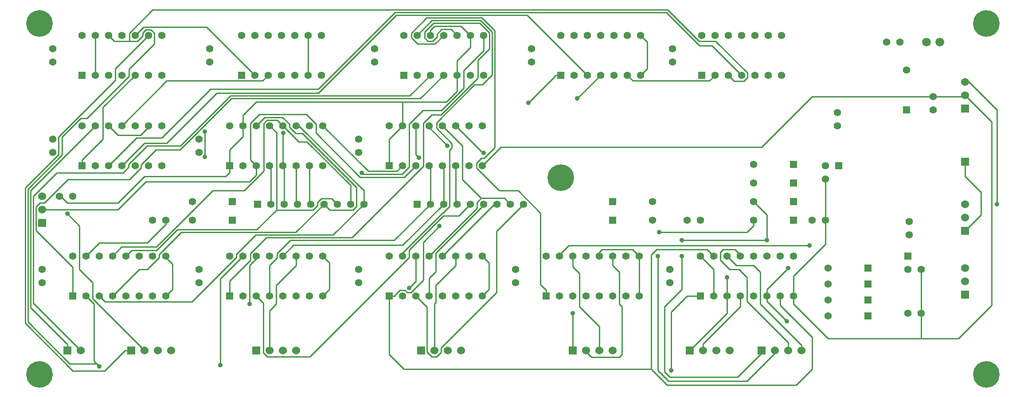
<source format=gbl>
G04 (created by PCBNEW (2013-jul-07)-stable) date Sat 24 Nov 2018 12:45:13 PM EST*
%MOIN*%
G04 Gerber Fmt 3.4, Leading zero omitted, Abs format*
%FSLAX34Y34*%
G01*
G70*
G90*
G04 APERTURE LIST*
%ADD10C,0.00590551*%
%ADD11C,0.2*%
%ADD12R,0.055X0.055*%
%ADD13C,0.055*%
%ADD14R,0.06X0.06*%
%ADD15C,0.06*%
%ADD16C,0.066*%
%ADD17C,0.035*%
%ADD18C,0.01*%
G04 APERTURE END LIST*
G54D10*
G54D11*
X58400Y-40800D03*
X19200Y-29200D03*
X19200Y-55600D03*
X90400Y-55600D03*
G54D12*
X84500Y-46700D03*
G54D13*
X84500Y-47700D03*
X85500Y-47700D03*
G54D12*
X79300Y-39900D03*
G54D13*
X78300Y-39900D03*
X78300Y-40900D03*
G54D12*
X35600Y-42800D03*
G54D13*
X36600Y-42800D03*
X37600Y-42800D03*
X38600Y-42800D03*
X39600Y-42800D03*
X40600Y-42800D03*
X41600Y-42800D03*
X42600Y-42800D03*
X43600Y-42800D03*
G54D12*
X47600Y-42800D03*
G54D13*
X48600Y-42800D03*
X49600Y-42800D03*
X50600Y-42800D03*
X51600Y-42800D03*
X52600Y-42800D03*
X53600Y-42800D03*
X54600Y-42800D03*
X55600Y-42800D03*
X68900Y-44000D03*
X67900Y-44000D03*
X83900Y-30600D03*
X82900Y-30600D03*
X85500Y-51000D03*
X84500Y-51000D03*
X84600Y-45100D03*
X84600Y-44100D03*
X21700Y-42200D03*
X20700Y-42200D03*
X79200Y-36900D03*
X79200Y-35900D03*
X27700Y-44000D03*
X28700Y-44000D03*
X78300Y-44000D03*
X77300Y-44000D03*
G54D14*
X26100Y-53800D03*
G54D15*
X27100Y-53800D03*
X28100Y-53800D03*
X29100Y-53800D03*
G54D14*
X59300Y-53800D03*
G54D15*
X60300Y-53800D03*
X61300Y-53800D03*
X62300Y-53800D03*
G54D14*
X47900Y-53800D03*
G54D15*
X48900Y-53800D03*
X49900Y-53800D03*
X50900Y-53800D03*
G54D14*
X35500Y-53800D03*
G54D15*
X36500Y-53800D03*
X37500Y-53800D03*
X38500Y-53800D03*
G54D14*
X73500Y-53800D03*
G54D15*
X74500Y-53800D03*
X75500Y-53800D03*
X76500Y-53800D03*
G54D14*
X68100Y-53800D03*
G54D15*
X69100Y-53800D03*
X70100Y-53800D03*
X71100Y-53800D03*
G54D14*
X88800Y-49600D03*
G54D15*
X88800Y-48600D03*
X88800Y-47600D03*
G54D14*
X88800Y-35600D03*
G54D15*
X88800Y-34600D03*
X88800Y-33600D03*
G54D14*
X88800Y-44800D03*
G54D15*
X88800Y-43800D03*
X88800Y-42800D03*
G54D14*
X19400Y-44200D03*
G54D15*
X19400Y-43200D03*
X19400Y-42200D03*
G54D14*
X21300Y-53800D03*
G54D15*
X22300Y-53800D03*
G54D14*
X88800Y-39600D03*
G54D16*
X85900Y-30600D03*
X86900Y-30600D03*
G54D12*
X21700Y-49700D03*
G54D13*
X22700Y-49700D03*
X23700Y-49700D03*
X24700Y-49700D03*
X25700Y-49700D03*
X26700Y-49700D03*
X27700Y-49700D03*
X28700Y-49700D03*
X28700Y-46700D03*
X27700Y-46700D03*
X26700Y-46700D03*
X25700Y-46700D03*
X24700Y-46700D03*
X23700Y-46700D03*
X22700Y-46700D03*
X21700Y-46700D03*
G54D12*
X45500Y-49700D03*
G54D13*
X46500Y-49700D03*
X47500Y-49700D03*
X48500Y-49700D03*
X49500Y-49700D03*
X50500Y-49700D03*
X51500Y-49700D03*
X52500Y-49700D03*
X52500Y-46700D03*
X51500Y-46700D03*
X50500Y-46700D03*
X49500Y-46700D03*
X48500Y-46700D03*
X47500Y-46700D03*
X46500Y-46700D03*
X45500Y-46700D03*
G54D12*
X57300Y-49700D03*
G54D13*
X58300Y-49700D03*
X59300Y-49700D03*
X60300Y-49700D03*
X61300Y-49700D03*
X62300Y-49700D03*
X63300Y-49700D03*
X64300Y-49700D03*
X64300Y-46700D03*
X63300Y-46700D03*
X62300Y-46700D03*
X61300Y-46700D03*
X60300Y-46700D03*
X59300Y-46700D03*
X58300Y-46700D03*
X57300Y-46700D03*
G54D12*
X33500Y-49700D03*
G54D13*
X34500Y-49700D03*
X35500Y-49700D03*
X36500Y-49700D03*
X37500Y-49700D03*
X38500Y-49700D03*
X39500Y-49700D03*
X40500Y-49700D03*
X40500Y-46700D03*
X39500Y-46700D03*
X38500Y-46700D03*
X37500Y-46700D03*
X36500Y-46700D03*
X35500Y-46700D03*
X34500Y-46700D03*
X33500Y-46700D03*
G54D12*
X33500Y-39900D03*
G54D13*
X34500Y-39900D03*
X35500Y-39900D03*
X36500Y-39900D03*
X37500Y-39900D03*
X38500Y-39900D03*
X39500Y-39900D03*
X40500Y-39900D03*
X40500Y-36900D03*
X39500Y-36900D03*
X38500Y-36900D03*
X37500Y-36900D03*
X36500Y-36900D03*
X35500Y-36900D03*
X34500Y-36900D03*
X33500Y-36900D03*
G54D12*
X45500Y-39900D03*
G54D13*
X46500Y-39900D03*
X47500Y-39900D03*
X48500Y-39900D03*
X49500Y-39900D03*
X50500Y-39900D03*
X51500Y-39900D03*
X52500Y-39900D03*
X52500Y-36900D03*
X51500Y-36900D03*
X50500Y-36900D03*
X49500Y-36900D03*
X48500Y-36900D03*
X47500Y-36900D03*
X46500Y-36900D03*
X45500Y-36900D03*
G54D12*
X68900Y-49700D03*
G54D13*
X69900Y-49700D03*
X70900Y-49700D03*
X71900Y-49700D03*
X72900Y-49700D03*
X73900Y-49700D03*
X74900Y-49700D03*
X75900Y-49700D03*
X75900Y-46700D03*
X74900Y-46700D03*
X73900Y-46700D03*
X72900Y-46700D03*
X71900Y-46700D03*
X70900Y-46700D03*
X69900Y-46700D03*
X68900Y-46700D03*
G54D12*
X46600Y-33100D03*
G54D13*
X47600Y-33100D03*
X48600Y-33100D03*
X49600Y-33100D03*
X50600Y-33100D03*
X51600Y-33100D03*
X52600Y-33100D03*
X52600Y-30100D03*
X51600Y-30100D03*
X50600Y-30100D03*
X49600Y-30100D03*
X48600Y-30100D03*
X47600Y-30100D03*
X46600Y-30100D03*
G54D12*
X58400Y-33100D03*
G54D13*
X59400Y-33100D03*
X60400Y-33100D03*
X61400Y-33100D03*
X62400Y-33100D03*
X63400Y-33100D03*
X64400Y-33100D03*
X64400Y-30100D03*
X63400Y-30100D03*
X62400Y-30100D03*
X61400Y-30100D03*
X60400Y-30100D03*
X59400Y-30100D03*
X58400Y-30100D03*
G54D12*
X22400Y-33100D03*
G54D13*
X23400Y-33100D03*
X24400Y-33100D03*
X25400Y-33100D03*
X26400Y-33100D03*
X27400Y-33100D03*
X28400Y-33100D03*
X28400Y-30100D03*
X27400Y-30100D03*
X26400Y-30100D03*
X25400Y-30100D03*
X24400Y-30100D03*
X23400Y-30100D03*
X22400Y-30100D03*
G54D12*
X22400Y-39900D03*
G54D13*
X23400Y-39900D03*
X24400Y-39900D03*
X25400Y-39900D03*
X26400Y-39900D03*
X27400Y-39900D03*
X28400Y-39900D03*
X28400Y-36900D03*
X27400Y-36900D03*
X26400Y-36900D03*
X25400Y-36900D03*
X24400Y-36900D03*
X23400Y-36900D03*
X22400Y-36900D03*
G54D12*
X69000Y-33100D03*
G54D13*
X70000Y-33100D03*
X71000Y-33100D03*
X72000Y-33100D03*
X73000Y-33100D03*
X74000Y-33100D03*
X75000Y-33100D03*
X75000Y-30100D03*
X74000Y-30100D03*
X73000Y-30100D03*
X72000Y-30100D03*
X71000Y-30100D03*
X70000Y-30100D03*
X69000Y-30100D03*
G54D12*
X34400Y-33100D03*
G54D13*
X35400Y-33100D03*
X36400Y-33100D03*
X37400Y-33100D03*
X38400Y-33100D03*
X39400Y-33100D03*
X40400Y-33100D03*
X40400Y-30100D03*
X39400Y-30100D03*
X38400Y-30100D03*
X37400Y-30100D03*
X36400Y-30100D03*
X35400Y-30100D03*
X34400Y-30100D03*
G54D12*
X81500Y-48800D03*
G54D13*
X78500Y-48800D03*
G54D12*
X81500Y-50000D03*
G54D13*
X78500Y-50000D03*
G54D12*
X62300Y-44000D03*
G54D13*
X65300Y-44000D03*
G54D12*
X75900Y-39800D03*
G54D13*
X72900Y-39800D03*
G54D12*
X75900Y-41200D03*
G54D13*
X72900Y-41200D03*
G54D12*
X62300Y-42600D03*
G54D13*
X65300Y-42600D03*
G54D12*
X75900Y-44000D03*
G54D13*
X72900Y-44000D03*
G54D12*
X75900Y-42600D03*
G54D13*
X72900Y-42600D03*
G54D12*
X81500Y-51200D03*
G54D13*
X78500Y-51200D03*
G54D12*
X81500Y-47600D03*
G54D13*
X78500Y-47600D03*
G54D12*
X33700Y-44000D03*
G54D13*
X30700Y-44000D03*
G54D12*
X84400Y-35700D03*
G54D13*
X84400Y-32700D03*
G54D12*
X33700Y-42600D03*
G54D13*
X30700Y-42600D03*
X32000Y-31100D03*
X32000Y-32100D03*
X66600Y-47700D03*
X66600Y-48700D03*
X55000Y-47700D03*
X55000Y-48700D03*
X56200Y-31100D03*
X56200Y-32100D03*
X20200Y-31100D03*
X20200Y-32100D03*
X19400Y-47700D03*
X19400Y-48700D03*
X43200Y-37900D03*
X43200Y-38900D03*
X66800Y-31100D03*
X66800Y-32100D03*
X44400Y-31100D03*
X44400Y-32100D03*
X86400Y-35700D03*
X86400Y-34700D03*
X31200Y-47700D03*
X31200Y-48700D03*
X43200Y-47700D03*
X43200Y-48700D03*
X31200Y-37900D03*
X31200Y-38900D03*
X20200Y-37900D03*
X20200Y-38900D03*
G54D11*
X90400Y-29200D03*
G54D17*
X47000Y-49100D03*
X35000Y-50300D03*
X59655Y-34844D03*
X21291Y-43525D03*
X23700Y-55000D03*
X73900Y-45500D03*
X67500Y-46700D03*
X67500Y-45500D03*
X65800Y-44900D03*
X65700Y-46700D03*
X70900Y-48300D03*
X75400Y-51600D03*
X75500Y-47600D03*
X59300Y-51000D03*
X91200Y-42800D03*
X66700Y-55300D03*
X32800Y-54900D03*
X31637Y-37344D03*
X31637Y-39244D03*
X52598Y-38933D03*
X49882Y-38400D03*
X47738Y-39319D03*
X55981Y-35180D03*
X37548Y-37460D03*
X77100Y-45900D03*
X49280Y-44441D03*
X43457Y-40448D03*
G54D18*
X69900Y-47700D02*
X68900Y-46700D01*
X69900Y-49700D02*
X69900Y-47700D01*
X50500Y-47400D02*
X50500Y-46700D01*
X49000Y-48900D02*
X50500Y-47400D01*
X49000Y-50200D02*
X49000Y-48900D01*
X48900Y-50300D02*
X49000Y-50200D01*
X48900Y-53800D02*
X48900Y-50300D01*
X47500Y-48600D02*
X47500Y-46700D01*
X47000Y-49100D02*
X47500Y-48600D01*
X38500Y-47400D02*
X38500Y-46700D01*
X37000Y-48900D02*
X38500Y-47400D01*
X37000Y-50300D02*
X37000Y-48900D01*
X36500Y-50800D02*
X37000Y-50300D01*
X36500Y-53800D02*
X36500Y-50800D01*
X35500Y-46900D02*
X35500Y-46700D01*
X35000Y-47400D02*
X35500Y-46900D01*
X35000Y-50300D02*
X35000Y-47400D01*
X24900Y-32600D02*
X27400Y-30100D01*
X24900Y-33477D02*
X24900Y-32600D01*
X20634Y-37743D02*
X24900Y-33477D01*
X20634Y-39073D02*
X20634Y-37743D01*
X18124Y-41582D02*
X20634Y-39073D01*
X18124Y-51746D02*
X18124Y-41582D01*
X21717Y-55339D02*
X18124Y-51746D01*
X24110Y-55339D02*
X21717Y-55339D01*
X25649Y-53800D02*
X24110Y-55339D01*
X26100Y-53800D02*
X25649Y-53800D01*
X61400Y-33100D02*
X59655Y-34844D01*
X22200Y-44433D02*
X21291Y-43525D01*
X22200Y-47696D02*
X22200Y-44433D01*
X23200Y-48696D02*
X22200Y-47696D01*
X23200Y-49900D02*
X23200Y-48696D01*
X27100Y-53800D02*
X23200Y-49900D01*
X23700Y-55000D02*
X23500Y-54800D01*
X23300Y-50300D02*
X22700Y-49700D01*
X23300Y-54600D02*
X23300Y-50300D01*
X23500Y-54800D02*
X23300Y-54600D01*
X71439Y-33539D02*
X71000Y-33100D01*
X72180Y-33539D02*
X71439Y-33539D01*
X72433Y-33287D02*
X72180Y-33539D01*
X72433Y-32914D02*
X72433Y-33287D01*
X70047Y-30529D02*
X72433Y-32914D01*
X68799Y-30529D02*
X70047Y-30529D01*
X66455Y-28185D02*
X68799Y-30529D01*
X27712Y-28185D02*
X66455Y-28185D01*
X25963Y-29933D02*
X27712Y-28185D01*
X25963Y-30535D02*
X25963Y-29933D01*
X26581Y-30535D02*
X25963Y-30535D01*
X26974Y-30142D02*
X26581Y-30535D01*
X26974Y-29923D02*
X26974Y-30142D01*
X27223Y-29674D02*
X26974Y-29923D01*
X27576Y-29674D02*
X27223Y-29674D01*
X27825Y-29923D02*
X27576Y-29674D01*
X27825Y-30757D02*
X27825Y-29923D01*
X25950Y-32631D02*
X27825Y-30757D01*
X25950Y-33169D02*
X25950Y-32631D01*
X22761Y-36358D02*
X25950Y-33169D01*
X22316Y-36358D02*
X22761Y-36358D01*
X20917Y-37757D02*
X22316Y-36358D01*
X20917Y-39072D02*
X20917Y-37757D01*
X18325Y-41665D02*
X20917Y-39072D01*
X18325Y-51650D02*
X18325Y-41665D01*
X21475Y-54800D02*
X18325Y-51650D01*
X23500Y-54800D02*
X21475Y-54800D01*
X24835Y-30535D02*
X24400Y-30100D01*
X25963Y-30535D02*
X24835Y-30535D01*
X21300Y-53800D02*
X21300Y-53349D01*
X18529Y-41770D02*
X23400Y-36900D01*
X18529Y-50579D02*
X18529Y-41770D01*
X21300Y-53349D02*
X18529Y-50579D01*
X47046Y-34653D02*
X48600Y-33100D01*
X33561Y-34653D02*
X47046Y-34653D01*
X29809Y-38406D02*
X33561Y-34653D01*
X27292Y-38406D02*
X29809Y-38406D01*
X25900Y-39798D02*
X27292Y-38406D01*
X25900Y-40028D02*
X25900Y-39798D01*
X25496Y-40432D02*
X25900Y-40028D01*
X20519Y-40432D02*
X25496Y-40432D01*
X18741Y-42210D02*
X20519Y-40432D01*
X18741Y-50241D02*
X18741Y-42210D01*
X22300Y-53800D02*
X18741Y-50241D01*
X67500Y-45500D02*
X73900Y-45500D01*
X73500Y-54000D02*
X73500Y-53800D01*
X71700Y-55800D02*
X73500Y-54000D01*
X66600Y-55800D02*
X71700Y-55800D01*
X66200Y-55400D02*
X66600Y-55800D01*
X66200Y-50500D02*
X66200Y-55400D01*
X67500Y-49200D02*
X66200Y-50500D01*
X67500Y-46700D02*
X67500Y-49200D01*
X73900Y-43600D02*
X73900Y-45500D01*
X72900Y-42600D02*
X73900Y-43600D01*
X72900Y-44400D02*
X72900Y-44000D01*
X72400Y-44900D02*
X72900Y-44400D01*
X65800Y-44900D02*
X72400Y-44900D01*
X65700Y-55300D02*
X65700Y-46700D01*
X66500Y-56100D02*
X65700Y-55300D01*
X72400Y-56100D02*
X66500Y-56100D01*
X74500Y-54000D02*
X72400Y-56100D01*
X74500Y-53800D02*
X74500Y-54000D01*
X75500Y-53200D02*
X75500Y-53800D01*
X72400Y-50100D02*
X75500Y-53200D01*
X72400Y-48300D02*
X72400Y-50100D01*
X71800Y-47700D02*
X72400Y-48300D01*
X71100Y-47700D02*
X71800Y-47700D01*
X70400Y-47000D02*
X71100Y-47700D01*
X70400Y-46400D02*
X70400Y-47000D01*
X70600Y-46200D02*
X70400Y-46400D01*
X71500Y-46200D02*
X70600Y-46200D01*
X71900Y-46600D02*
X71500Y-46200D01*
X71900Y-46700D02*
X71900Y-46600D01*
X71600Y-47400D02*
X70900Y-46700D01*
X72900Y-47400D02*
X71600Y-47400D01*
X73400Y-47900D02*
X72900Y-47400D01*
X73400Y-50300D02*
X73400Y-47900D01*
X76500Y-53400D02*
X73400Y-50300D01*
X76500Y-53800D02*
X76500Y-53400D01*
X70900Y-51000D02*
X70900Y-49700D01*
X68100Y-53800D02*
X70900Y-51000D01*
X70900Y-48300D02*
X70900Y-49700D01*
X71900Y-50500D02*
X71900Y-49700D01*
X69100Y-53300D02*
X71900Y-50500D01*
X69100Y-53800D02*
X69100Y-53300D01*
X73900Y-50100D02*
X73900Y-49700D01*
X75400Y-51600D02*
X73900Y-50100D01*
X73900Y-49200D02*
X73900Y-49700D01*
X75500Y-47600D02*
X73900Y-49200D01*
X59300Y-51000D02*
X59300Y-53800D01*
X62300Y-47400D02*
X62300Y-46700D01*
X62800Y-47900D02*
X62300Y-47400D01*
X62800Y-50300D02*
X62800Y-47900D01*
X63000Y-50500D02*
X62800Y-50300D01*
X63000Y-54100D02*
X63000Y-50500D01*
X62800Y-54300D02*
X63000Y-54100D01*
X60700Y-54300D02*
X62800Y-54300D01*
X60300Y-53900D02*
X60700Y-54300D01*
X60300Y-53800D02*
X60300Y-53900D01*
X59300Y-47500D02*
X59300Y-46700D01*
X59800Y-48000D02*
X59300Y-47500D01*
X59800Y-50500D02*
X59800Y-48000D01*
X61300Y-52000D02*
X59800Y-50500D01*
X61300Y-53800D02*
X61300Y-52000D01*
X91200Y-35700D02*
X91200Y-42800D01*
X89100Y-33600D02*
X91200Y-35700D01*
X88800Y-33600D02*
X89100Y-33600D01*
X35500Y-40600D02*
X35500Y-39900D01*
X35000Y-41100D02*
X35500Y-40600D01*
X27200Y-41100D02*
X35000Y-41100D01*
X25100Y-43200D02*
X27200Y-41100D01*
X19400Y-43200D02*
X25100Y-43200D01*
X46626Y-40773D02*
X47500Y-39900D01*
X43322Y-40773D02*
X46626Y-40773D01*
X40000Y-37450D02*
X43322Y-40773D01*
X40000Y-36781D02*
X40000Y-37450D01*
X39266Y-36047D02*
X40000Y-36781D01*
X35737Y-36047D02*
X39266Y-36047D01*
X35071Y-36713D02*
X35737Y-36047D01*
X35071Y-39471D02*
X35071Y-36713D01*
X35500Y-39900D02*
X35071Y-39471D01*
X66700Y-50900D02*
X66700Y-55300D01*
X67900Y-49700D02*
X66700Y-50900D01*
X68900Y-49700D02*
X67900Y-49700D01*
X32800Y-48400D02*
X34500Y-46700D01*
X32800Y-54900D02*
X32800Y-48400D01*
X90000Y-43600D02*
X88800Y-44800D01*
X90000Y-41900D02*
X90000Y-43600D01*
X88800Y-40700D02*
X90000Y-41900D01*
X88800Y-39600D02*
X88800Y-40700D01*
X64300Y-46700D02*
X64300Y-49700D01*
X63800Y-46200D02*
X64300Y-46700D01*
X61500Y-46200D02*
X63800Y-46200D01*
X61300Y-46400D02*
X61500Y-46200D01*
X61300Y-46700D02*
X61300Y-46400D01*
X75900Y-48200D02*
X75900Y-49700D01*
X78300Y-45800D02*
X75900Y-48200D01*
X78300Y-44000D02*
X78300Y-45800D01*
X78300Y-40900D02*
X78300Y-44000D01*
X88700Y-34700D02*
X88800Y-34600D01*
X86400Y-34700D02*
X88700Y-34700D01*
X78500Y-52900D02*
X85500Y-52900D01*
X75900Y-50300D02*
X78500Y-52900D01*
X75900Y-49700D02*
X75900Y-50300D01*
X90800Y-36600D02*
X88800Y-34600D01*
X90800Y-50400D02*
X90800Y-36600D01*
X88300Y-52900D02*
X90800Y-50400D01*
X85500Y-52900D02*
X88300Y-52900D01*
X77300Y-34700D02*
X86400Y-34700D01*
X73500Y-38500D02*
X77300Y-34700D01*
X53900Y-38500D02*
X73500Y-38500D01*
X52500Y-39900D02*
X53900Y-38500D01*
X53000Y-49200D02*
X52500Y-49700D01*
X53000Y-47200D02*
X53000Y-49200D01*
X52500Y-46700D02*
X53000Y-47200D01*
X41000Y-49200D02*
X40500Y-49700D01*
X41000Y-47200D02*
X41000Y-49200D01*
X40500Y-46700D02*
X41000Y-47200D01*
X29200Y-49200D02*
X28700Y-49700D01*
X29200Y-47300D02*
X29200Y-49200D01*
X28700Y-46800D02*
X29200Y-47300D01*
X28700Y-46700D02*
X28700Y-46800D01*
X64900Y-30600D02*
X64400Y-30100D01*
X64900Y-32600D02*
X64900Y-30600D01*
X64400Y-33100D02*
X64900Y-32600D01*
X39400Y-33100D02*
X39400Y-30100D01*
X85500Y-47700D02*
X85500Y-51000D01*
X85500Y-51000D02*
X85500Y-52900D01*
X41051Y-43251D02*
X40600Y-42800D01*
X42777Y-43251D02*
X41051Y-43251D01*
X43033Y-42995D02*
X42777Y-43251D01*
X43033Y-41536D02*
X43033Y-42995D01*
X38967Y-37470D02*
X43033Y-41536D01*
X38466Y-37470D02*
X38967Y-37470D01*
X38000Y-37004D02*
X38466Y-37470D01*
X38000Y-36789D02*
X38000Y-37004D01*
X37478Y-36267D02*
X38000Y-36789D01*
X36132Y-36267D02*
X37478Y-36267D01*
X35500Y-36900D02*
X36132Y-36267D01*
X26696Y-47703D02*
X24700Y-49700D01*
X27310Y-47703D02*
X26696Y-47703D01*
X28200Y-46814D02*
X27310Y-47703D01*
X28200Y-46591D02*
X28200Y-46814D01*
X29871Y-44919D02*
X28200Y-46591D01*
X38480Y-44919D02*
X29871Y-44919D01*
X40600Y-42800D02*
X38480Y-44919D01*
X39500Y-42700D02*
X39600Y-42800D01*
X39500Y-39900D02*
X39500Y-42700D01*
X38500Y-42700D02*
X38500Y-39900D01*
X38600Y-42800D02*
X38500Y-42700D01*
X31637Y-39244D02*
X31637Y-37344D01*
X48350Y-50550D02*
X47500Y-49700D01*
X48350Y-53902D02*
X48350Y-50550D01*
X48713Y-54266D02*
X48350Y-53902D01*
X49078Y-54266D02*
X48713Y-54266D01*
X49400Y-53944D02*
X49078Y-54266D01*
X49400Y-53599D02*
X49400Y-53944D01*
X53562Y-49437D02*
X49400Y-53599D01*
X53562Y-44837D02*
X53562Y-49437D01*
X55600Y-42800D02*
X53562Y-44837D01*
X52533Y-38933D02*
X52598Y-38933D01*
X50500Y-36900D02*
X52533Y-38933D01*
X54160Y-42360D02*
X52423Y-42360D01*
X54600Y-42800D02*
X54160Y-42360D01*
X52100Y-43100D02*
X48500Y-46700D01*
X52100Y-42684D02*
X52100Y-43100D01*
X52423Y-42360D02*
X52100Y-42684D01*
X51000Y-40936D02*
X52423Y-42360D01*
X51000Y-38400D02*
X51000Y-40936D01*
X49500Y-36900D02*
X51000Y-38400D01*
X53400Y-42800D02*
X49500Y-46700D01*
X53600Y-42800D02*
X53400Y-42800D01*
X48500Y-37017D02*
X49882Y-38400D01*
X48500Y-36900D02*
X48500Y-37017D01*
X47500Y-39080D02*
X47738Y-39319D01*
X47500Y-36900D02*
X47500Y-39080D01*
X48500Y-48362D02*
X48500Y-49700D01*
X49000Y-47862D02*
X48500Y-48362D01*
X49000Y-46483D02*
X49000Y-47862D01*
X52600Y-42883D02*
X49000Y-46483D01*
X52600Y-42800D02*
X52600Y-42883D01*
X36043Y-50243D02*
X35500Y-49700D01*
X36043Y-53982D02*
X36043Y-50243D01*
X36325Y-54264D02*
X36043Y-53982D01*
X39541Y-54264D02*
X36325Y-54264D01*
X47000Y-46805D02*
X39541Y-54264D01*
X47000Y-46253D02*
X47000Y-46805D01*
X49585Y-43668D02*
X47000Y-46253D01*
X50731Y-43668D02*
X49585Y-43668D01*
X51600Y-42800D02*
X50731Y-43668D01*
X50500Y-42700D02*
X50500Y-39900D01*
X50600Y-42800D02*
X50500Y-42700D01*
X49600Y-40000D02*
X49600Y-42800D01*
X49500Y-39900D02*
X49600Y-40000D01*
X46519Y-45880D02*
X49600Y-42800D01*
X38319Y-45880D02*
X46519Y-45880D01*
X37500Y-46700D02*
X38319Y-45880D01*
X41171Y-42371D02*
X41600Y-42800D01*
X40399Y-42371D02*
X41171Y-42371D01*
X40100Y-42671D02*
X40399Y-42371D01*
X40100Y-42901D02*
X40100Y-42671D01*
X39759Y-43242D02*
X40100Y-42901D01*
X37025Y-43242D02*
X39759Y-43242D01*
X37025Y-37425D02*
X37025Y-43242D01*
X36500Y-36900D02*
X37025Y-37425D01*
X26125Y-46274D02*
X25700Y-46700D01*
X28018Y-46274D02*
X26125Y-46274D01*
X29574Y-44719D02*
X28018Y-46274D01*
X35548Y-44719D02*
X29574Y-44719D01*
X37025Y-43242D02*
X35548Y-44719D01*
X38697Y-38097D02*
X37500Y-36900D01*
X39306Y-38097D02*
X38697Y-38097D01*
X42600Y-41390D02*
X39306Y-38097D01*
X42600Y-42800D02*
X42600Y-41390D01*
X25383Y-46016D02*
X24700Y-46700D01*
X27993Y-46016D02*
X25383Y-46016D01*
X32243Y-41766D02*
X27993Y-46016D01*
X34617Y-41766D02*
X32243Y-41766D01*
X36060Y-40324D02*
X34617Y-41766D01*
X36060Y-36729D02*
X36060Y-40324D01*
X36321Y-36467D02*
X36060Y-36729D01*
X37067Y-36467D02*
X36321Y-36467D01*
X37500Y-36900D02*
X37067Y-36467D01*
X43600Y-41783D02*
X43600Y-42800D01*
X38716Y-36900D02*
X43600Y-41783D01*
X38500Y-36900D02*
X38716Y-36900D01*
X24132Y-50132D02*
X23700Y-49700D01*
X30671Y-50132D02*
X24132Y-50132D01*
X34000Y-46804D02*
X30671Y-50132D01*
X34000Y-46588D02*
X34000Y-46804D01*
X35469Y-45119D02*
X34000Y-46588D01*
X41280Y-45119D02*
X35469Y-45119D01*
X43600Y-42800D02*
X41280Y-45119D01*
X57300Y-49700D02*
X57300Y-49274D01*
X56874Y-48849D02*
X57300Y-49274D01*
X56874Y-43466D02*
X56874Y-48849D01*
X55200Y-41792D02*
X56874Y-43466D01*
X53778Y-41792D02*
X55200Y-41792D01*
X52074Y-40087D02*
X53778Y-41792D01*
X52074Y-39715D02*
X52074Y-40087D01*
X52441Y-39348D02*
X52074Y-39715D01*
X52643Y-39348D02*
X52441Y-39348D01*
X53436Y-38555D02*
X52643Y-39348D01*
X53436Y-29753D02*
X53436Y-38555D01*
X52470Y-28786D02*
X53436Y-29753D01*
X48309Y-28786D02*
X52470Y-28786D01*
X47166Y-29929D02*
X48309Y-28786D01*
X47166Y-30281D02*
X47166Y-29929D01*
X47627Y-30742D02*
X47166Y-30281D01*
X48957Y-30742D02*
X47627Y-30742D01*
X49600Y-30100D02*
X48957Y-30742D01*
X33500Y-48574D02*
X33500Y-49700D01*
X35070Y-47003D02*
X33500Y-48574D01*
X35070Y-46527D02*
X35070Y-47003D01*
X36278Y-45319D02*
X35070Y-46527D01*
X42695Y-45319D02*
X36278Y-45319D01*
X48074Y-39940D02*
X42695Y-45319D01*
X48074Y-36714D02*
X48074Y-39940D01*
X48720Y-36068D02*
X48074Y-36714D01*
X49400Y-36068D02*
X48720Y-36068D01*
X52159Y-33309D02*
X49400Y-36068D01*
X52159Y-31988D02*
X52159Y-33309D01*
X53036Y-31111D02*
X52159Y-31988D01*
X53036Y-29920D02*
X53036Y-31111D01*
X52303Y-29187D02*
X53036Y-29920D01*
X48825Y-29187D02*
X52303Y-29187D01*
X48166Y-29845D02*
X48825Y-29187D01*
X48166Y-30288D02*
X48166Y-29845D01*
X48420Y-30542D02*
X48166Y-30288D01*
X48768Y-30542D02*
X48420Y-30542D01*
X49100Y-30210D02*
X48768Y-30542D01*
X49100Y-29997D02*
X49100Y-30210D01*
X49437Y-29660D02*
X49100Y-29997D01*
X50160Y-29660D02*
X49437Y-29660D01*
X50600Y-30100D02*
X50160Y-29660D01*
X36600Y-40000D02*
X36600Y-42800D01*
X36500Y-39900D02*
X36600Y-40000D01*
X48600Y-40000D02*
X48600Y-42800D01*
X48500Y-39900D02*
X48600Y-40000D01*
X36500Y-47425D02*
X36500Y-49700D01*
X37070Y-46854D02*
X36500Y-47425D01*
X37070Y-46527D02*
X37070Y-46854D01*
X38078Y-45520D02*
X37070Y-46527D01*
X45879Y-45520D02*
X38078Y-45520D01*
X48600Y-42800D02*
X45879Y-45520D01*
X23400Y-30100D02*
X23400Y-33100D01*
X63826Y-33526D02*
X63400Y-33100D01*
X69573Y-33526D02*
X63826Y-33526D01*
X70000Y-33100D02*
X69573Y-33526D01*
X47846Y-34853D02*
X49600Y-33100D01*
X33644Y-34853D02*
X47846Y-34853D01*
X29777Y-38720D02*
X33644Y-34853D01*
X27970Y-38720D02*
X29777Y-38720D01*
X26829Y-39861D02*
X27970Y-38720D01*
X26829Y-40086D02*
X26829Y-39861D01*
X25966Y-40948D02*
X26829Y-40086D01*
X21324Y-40948D02*
X25966Y-40948D01*
X19572Y-42700D02*
X21324Y-40948D01*
X19240Y-42700D02*
X19572Y-42700D01*
X18941Y-42998D02*
X19240Y-42700D01*
X18941Y-44777D02*
X18941Y-42998D01*
X21700Y-47535D02*
X18941Y-44777D01*
X21700Y-49700D02*
X21700Y-47535D01*
X27400Y-37000D02*
X27400Y-36900D01*
X26800Y-37600D02*
X27400Y-37000D01*
X25100Y-37600D02*
X26800Y-37600D01*
X24400Y-36900D02*
X25100Y-37600D01*
X43925Y-40325D02*
X40500Y-36900D01*
X46074Y-40325D02*
X43925Y-40325D01*
X46500Y-39900D02*
X46074Y-40325D01*
X37600Y-40000D02*
X37500Y-39900D01*
X37600Y-42800D02*
X37600Y-40000D01*
X57974Y-33187D02*
X55981Y-35180D01*
X57974Y-33100D02*
X57974Y-33187D01*
X37500Y-37508D02*
X37548Y-37460D01*
X37500Y-39900D02*
X37500Y-37508D01*
X58400Y-33100D02*
X57974Y-33100D01*
X28774Y-33525D02*
X25400Y-36900D01*
X35974Y-33525D02*
X28774Y-33525D01*
X36400Y-33100D02*
X35974Y-33525D01*
X27025Y-29474D02*
X26400Y-30100D01*
X31774Y-29474D02*
X27025Y-29474D01*
X35400Y-33100D02*
X31774Y-29474D01*
X69774Y-30874D02*
X72000Y-33100D01*
X68828Y-30874D02*
X69774Y-30874D01*
X66338Y-28385D02*
X68828Y-30874D01*
X45930Y-28385D02*
X66338Y-28385D01*
X40161Y-34153D02*
X45930Y-28385D01*
X32065Y-34153D02*
X40161Y-34153D01*
X28419Y-37800D02*
X32065Y-34153D01*
X26499Y-37800D02*
X28419Y-37800D01*
X24400Y-39900D02*
X26499Y-37800D01*
X23974Y-37900D02*
X22400Y-39474D01*
X23974Y-35525D02*
X23974Y-37900D01*
X26400Y-33100D02*
X23974Y-35525D01*
X22400Y-39900D02*
X22400Y-39474D01*
X27094Y-38205D02*
X25400Y-39900D01*
X28766Y-38205D02*
X27094Y-38205D01*
X32542Y-34429D02*
X28766Y-38205D01*
X40182Y-34429D02*
X32542Y-34429D01*
X46026Y-28585D02*
X40182Y-34429D01*
X55885Y-28585D02*
X46026Y-28585D01*
X60400Y-33100D02*
X55885Y-28585D01*
X46500Y-46470D02*
X46500Y-46700D01*
X49502Y-43468D02*
X46500Y-46470D01*
X49556Y-43468D02*
X49502Y-43468D01*
X50039Y-42985D02*
X49556Y-43468D01*
X50039Y-38761D02*
X50039Y-42985D01*
X50214Y-38586D02*
X50039Y-38761D01*
X50214Y-38235D02*
X50214Y-38586D01*
X49073Y-37094D02*
X50214Y-38235D01*
X49073Y-36678D02*
X49073Y-37094D01*
X51923Y-33828D02*
X49073Y-36678D01*
X52495Y-33828D02*
X51923Y-33828D01*
X53236Y-33086D02*
X52495Y-33828D01*
X53236Y-29837D02*
X53236Y-33086D01*
X52386Y-28986D02*
X53236Y-29837D01*
X48713Y-28986D02*
X52386Y-28986D01*
X47600Y-30100D02*
X48713Y-28986D01*
X58300Y-46600D02*
X58300Y-46700D01*
X59000Y-45900D02*
X58300Y-46600D01*
X77100Y-45900D02*
X59000Y-45900D01*
X51600Y-31000D02*
X51600Y-30100D01*
X50600Y-32000D02*
X51600Y-31000D01*
X50600Y-33100D02*
X50600Y-32000D01*
X50900Y-29400D02*
X51600Y-30100D01*
X48900Y-29400D02*
X50900Y-29400D01*
X48600Y-29700D02*
X48900Y-29400D01*
X48600Y-30100D02*
X48600Y-29700D01*
X34500Y-37700D02*
X34500Y-36900D01*
X33500Y-38700D02*
X34500Y-37700D01*
X33500Y-39900D02*
X33500Y-38700D01*
X33500Y-40400D02*
X33500Y-39900D01*
X33200Y-40700D02*
X33500Y-40400D01*
X27100Y-40700D02*
X33200Y-40700D01*
X25100Y-42700D02*
X27100Y-40700D01*
X21300Y-42700D02*
X25100Y-42700D01*
X20800Y-42200D02*
X21300Y-42700D01*
X20700Y-42200D02*
X20800Y-42200D01*
X69400Y-46200D02*
X69900Y-46700D01*
X65600Y-46200D02*
X69400Y-46200D01*
X65200Y-46600D02*
X65600Y-46200D01*
X65200Y-55200D02*
X65200Y-46600D01*
X66400Y-56400D02*
X65200Y-55200D01*
X76100Y-56400D02*
X66400Y-56400D01*
X77300Y-55200D02*
X76100Y-56400D01*
X77300Y-52800D02*
X77300Y-55200D01*
X74900Y-50400D02*
X77300Y-52800D01*
X74900Y-49700D02*
X74900Y-50400D01*
X46500Y-35100D02*
X46600Y-35100D01*
X35500Y-35100D02*
X46500Y-35100D01*
X34500Y-36100D02*
X35500Y-35100D01*
X34500Y-36900D02*
X34500Y-36100D01*
X46500Y-35100D02*
X46600Y-35100D01*
X50600Y-34300D02*
X50600Y-33100D01*
X49800Y-35100D02*
X50600Y-34300D01*
X46600Y-35100D02*
X49800Y-35100D01*
X45500Y-37900D02*
X45500Y-39900D01*
X46500Y-36900D02*
X45500Y-37900D01*
X46600Y-55200D02*
X65200Y-55200D01*
X45500Y-54100D02*
X46600Y-55200D01*
X45500Y-49700D02*
X45500Y-54100D01*
X46500Y-36900D02*
X46500Y-35100D01*
X45500Y-49700D02*
X45925Y-49700D01*
X45925Y-49646D02*
X45925Y-49700D01*
X46297Y-49274D02*
X45925Y-49646D01*
X46695Y-49274D02*
X46297Y-49274D01*
X46856Y-49435D02*
X46695Y-49274D01*
X47143Y-49435D02*
X46856Y-49435D01*
X48058Y-48520D02*
X47143Y-49435D01*
X48058Y-45663D02*
X48058Y-48520D01*
X49280Y-44441D02*
X48058Y-45663D01*
X23700Y-45700D02*
X22700Y-46700D01*
X27300Y-45700D02*
X23700Y-45700D01*
X28700Y-44300D02*
X27300Y-45700D01*
X28700Y-44000D02*
X28700Y-44300D01*
X43546Y-40537D02*
X43457Y-40448D01*
X46484Y-40537D02*
X43546Y-40537D01*
X47000Y-40022D02*
X46484Y-40537D01*
X47000Y-36785D02*
X47000Y-40022D01*
X48055Y-35729D02*
X47000Y-36785D01*
X49456Y-35729D02*
X48055Y-35729D01*
X51100Y-34085D02*
X49456Y-35729D01*
X51100Y-32730D02*
X51100Y-34085D01*
X52600Y-31230D02*
X51100Y-32730D01*
X52600Y-30100D02*
X52600Y-31230D01*
M02*

</source>
